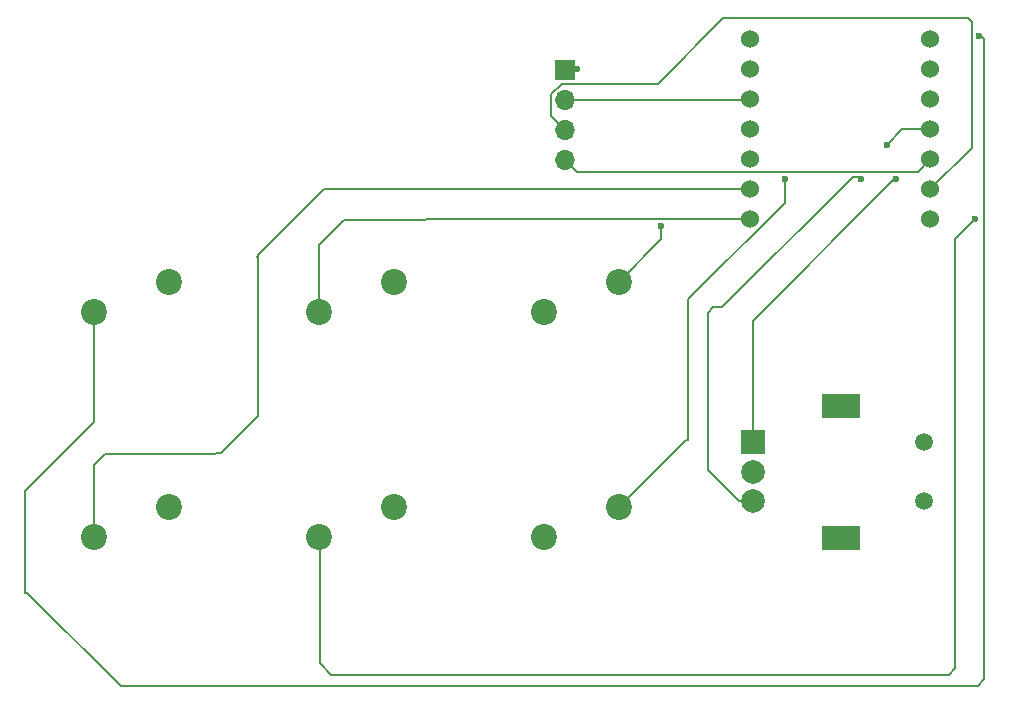
<source format=gbr>
%TF.GenerationSoftware,KiCad,Pcbnew,9.0.7*%
%TF.CreationDate,2026-01-16T03:08:10+02:00*%
%TF.ProjectId,HackPad,4861636b-5061-4642-9e6b-696361645f70,rev?*%
%TF.SameCoordinates,Original*%
%TF.FileFunction,Copper,L1,Top*%
%TF.FilePolarity,Positive*%
%FSLAX46Y46*%
G04 Gerber Fmt 4.6, Leading zero omitted, Abs format (unit mm)*
G04 Created by KiCad (PCBNEW 9.0.7) date 2026-01-16 03:08:10*
%MOMM*%
%LPD*%
G01*
G04 APERTURE LIST*
%TA.AperFunction,ComponentPad*%
%ADD10R,1.700000X1.700000*%
%TD*%
%TA.AperFunction,ComponentPad*%
%ADD11O,1.700000X1.700000*%
%TD*%
%TA.AperFunction,ComponentPad*%
%ADD12C,2.200000*%
%TD*%
%TA.AperFunction,ComponentPad*%
%ADD13C,1.500000*%
%TD*%
%TA.AperFunction,ComponentPad*%
%ADD14R,2.000000X2.000000*%
%TD*%
%TA.AperFunction,ComponentPad*%
%ADD15C,2.000000*%
%TD*%
%TA.AperFunction,ComponentPad*%
%ADD16R,3.200000X2.000000*%
%TD*%
%TA.AperFunction,ComponentPad*%
%ADD17C,1.524000*%
%TD*%
%TA.AperFunction,ViaPad*%
%ADD18C,0.600000*%
%TD*%
%TA.AperFunction,Conductor*%
%ADD19C,0.200000*%
%TD*%
G04 APERTURE END LIST*
D10*
%TO.P,OLED1,1,GND*%
%TO.N,GND*%
X78530000Y-82110000D03*
D11*
%TO.P,OLED1,2,VCC*%
%TO.N,/3V3*%
X78530000Y-84650000D03*
%TO.P,OLED1,3,SCL*%
%TO.N,Net-(OLED1-SCL)*%
X78530000Y-87190000D03*
%TO.P,OLED1,4,SDA*%
%TO.N,Net-(OLED1-SDA)*%
X78530000Y-89730000D03*
%TD*%
D12*
%TO.P,SW4,2,2*%
%TO.N,Net-(U1-GPIO27{slash}ADC1{slash}A1)*%
X57670000Y-121630000D03*
%TO.P,SW4,1,1*%
%TO.N,GND*%
X64020000Y-119090000D03*
%TD*%
%TO.P,SW3,1,1*%
%TO.N,GND*%
X64020000Y-100040000D03*
%TO.P,SW3,2,2*%
%TO.N,Net-(U1-GPIO1{slash}RX)*%
X57670000Y-102580000D03*
%TD*%
%TO.P,SW2,1,1*%
%TO.N,GND*%
X44970000Y-119090000D03*
%TO.P,SW2,2,2*%
%TO.N,Net-(U1-GPIO2{slash}SCK)*%
X38620000Y-121630000D03*
%TD*%
%TO.P,SW1,1,1*%
%TO.N,GND*%
X44970000Y-100040000D03*
%TO.P,SW1,2,2*%
%TO.N,Net-(U1-GPIO26{slash}ADC0{slash}A0)*%
X38620000Y-102580000D03*
%TD*%
%TO.P,SW6,1,1*%
%TO.N,Net-(U1-GPIO4{slash}MISO)*%
X83070000Y-119090000D03*
%TO.P,SW6,2,2*%
%TO.N,GND*%
X76720000Y-121630000D03*
%TD*%
%TO.P,SW5,1,1*%
%TO.N,Net-(U1-GPIO3{slash}MOSI)*%
X83070000Y-100040000D03*
%TO.P,SW5,2,2*%
%TO.N,GND*%
X76720000Y-102580000D03*
%TD*%
D13*
%TO.P,SW7,*%
%TO.N,*%
X108935000Y-113625000D03*
X108935000Y-118625000D03*
D14*
%TO.P,SW7,A,A*%
%TO.N,Net-(U1-GPIO28{slash}ADC2{slash}A2)*%
X94435000Y-113625000D03*
D15*
%TO.P,SW7,B,B*%
%TO.N,Net-(U1-GPIO29{slash}ADC3{slash}A3)*%
X94435000Y-118625000D03*
%TO.P,SW7,C,C*%
%TO.N,GND*%
X94435000Y-116125000D03*
D16*
%TO.P,SW7,MP*%
%TO.N,N/C*%
X101935000Y-110525000D03*
X101935000Y-121725000D03*
%TD*%
D17*
%TO.P,U1,1,GPIO26/ADC0/A0*%
%TO.N,Net-(U1-GPIO26{slash}ADC0{slash}A0)*%
X109450000Y-79518500D03*
%TO.P,U1,2,GPIO27/ADC1/A1*%
%TO.N,Net-(U1-GPIO27{slash}ADC1{slash}A1)*%
X109450000Y-82058500D03*
%TO.P,U1,3,GPIO28/ADC2/A2*%
%TO.N,Net-(U1-GPIO28{slash}ADC2{slash}A2)*%
X109450000Y-84598500D03*
%TO.P,U1,4,GPIO29/ADC3/A3*%
%TO.N,Net-(U1-GPIO29{slash}ADC3{slash}A3)*%
X109450000Y-87138500D03*
%TO.P,U1,5,GPIO6/SDA*%
%TO.N,Net-(OLED1-SDA)*%
X109450000Y-89678500D03*
%TO.P,U1,6,GPIO7/SCL*%
%TO.N,Net-(OLED1-SCL)*%
X109450000Y-92218500D03*
%TO.P,U1,7,GPIO0/TX*%
%TO.N,unconnected-(U1-GPIO0{slash}TX-Pad7)_1*%
X109450000Y-94758500D03*
%TO.P,U1,8,GPIO1/RX*%
%TO.N,Net-(U1-GPIO1{slash}RX)*%
X94210000Y-94758500D03*
%TO.P,U1,9,GPIO2/SCK*%
%TO.N,Net-(U1-GPIO2{slash}SCK)*%
X94210000Y-92218500D03*
%TO.P,U1,10,GPIO4/MISO*%
%TO.N,Net-(U1-GPIO4{slash}MISO)*%
X94210000Y-89678500D03*
%TO.P,U1,11,GPIO3/MOSI*%
%TO.N,Net-(U1-GPIO3{slash}MOSI)*%
X94210000Y-87138500D03*
%TO.P,U1,12,3V3*%
%TO.N,/3V3*%
X94210000Y-84598500D03*
%TO.P,U1,13,GND*%
%TO.N,GND*%
X94210000Y-82058500D03*
%TO.P,U1,14,VBUS*%
%TO.N,+5V*%
X94210000Y-79518500D03*
%TD*%
D18*
%TO.N,Net-(U1-GPIO27{slash}ADC1{slash}A1)*%
X113260000Y-94710000D03*
%TO.N,Net-(U1-GPIO4{slash}MISO)*%
X97130000Y-91341500D03*
%TO.N,Net-(U1-GPIO3{slash}MOSI)*%
X86670000Y-95358500D03*
%TO.N,Net-(U1-GPIO26{slash}ADC0{slash}A0)*%
X113580000Y-79210000D03*
%TO.N,Net-(U1-GPIO28{slash}ADC2{slash}A2)*%
X106540000Y-91341500D03*
%TO.N,Net-(U1-GPIO29{slash}ADC3{slash}A3)*%
X105760000Y-88480000D03*
X103570000Y-91341500D03*
%TO.N,GND*%
X79578271Y-82049755D03*
%TD*%
D19*
%TO.N,Net-(U1-GPIO26{slash}ADC0{slash}A0)*%
X33010000Y-126370000D02*
X40910000Y-134270000D01*
X32830000Y-126370000D02*
X33010000Y-126370000D01*
%TO.N,Net-(OLED1-SCL)*%
X91930000Y-77710000D02*
X112620000Y-77710000D01*
X112980000Y-78070000D02*
X112980000Y-88688500D01*
X86379000Y-83261000D02*
X91930000Y-77710000D01*
X112620000Y-77710000D02*
X112980000Y-78070000D01*
X78291240Y-83261000D02*
X86379000Y-83261000D01*
X77379000Y-84173240D02*
X78291240Y-83261000D01*
X77379000Y-86039000D02*
X77379000Y-84173240D01*
X78530000Y-87190000D02*
X77379000Y-86039000D01*
X112980000Y-88688500D02*
X109450000Y-92218500D01*
%TO.N,Net-(U1-GPIO29{slash}ADC3{slash}A3)*%
X93280000Y-118625000D02*
X94435000Y-118625000D01*
X103610000Y-91142500D02*
X102907500Y-91142500D01*
X102907500Y-91142500D02*
X91840000Y-102210000D01*
X91100000Y-102210000D02*
X90630000Y-102680000D01*
X103610000Y-91301500D02*
X103610000Y-91142500D01*
X91840000Y-102210000D02*
X91100000Y-102210000D01*
X103570000Y-91341500D02*
X103610000Y-91301500D01*
X90630000Y-102680000D02*
X90630000Y-115975000D01*
X90630000Y-115975000D02*
X93280000Y-118625000D01*
%TO.N,Net-(U1-GPIO2{slash}SCK)*%
X52580000Y-111370000D02*
X52580000Y-97750000D01*
X49410000Y-114540000D02*
X52580000Y-111370000D01*
X48980000Y-114540000D02*
X49410000Y-114540000D01*
X48910000Y-114610000D02*
X48980000Y-114540000D01*
X39600000Y-114610000D02*
X48910000Y-114610000D01*
X38620000Y-115590000D02*
X39600000Y-114610000D01*
X38620000Y-121630000D02*
X38620000Y-115590000D01*
X52415000Y-97915000D02*
X52580000Y-97750000D01*
%TO.N,Net-(U1-GPIO26{slash}ADC0{slash}A0)*%
X32830000Y-117720000D02*
X32830000Y-126370000D01*
X38620000Y-102580000D02*
X38620000Y-111930000D01*
X38620000Y-111930000D02*
X32830000Y-117720000D01*
%TO.N,Net-(U1-GPIO27{slash}ADC1{slash}A1)*%
X113260000Y-94710000D02*
X113280000Y-94730000D01*
X111510000Y-96460000D02*
X113260000Y-94710000D01*
X111510000Y-104870000D02*
X111510000Y-96460000D01*
X111580000Y-104940000D02*
X111510000Y-104870000D01*
X58750000Y-133320000D02*
X111020000Y-133320000D01*
X111020000Y-133320000D02*
X111580000Y-132760000D01*
X57770000Y-132340000D02*
X58750000Y-133320000D01*
X111580000Y-132760000D02*
X111580000Y-104940000D01*
X57770000Y-121730000D02*
X57770000Y-132340000D01*
X57670000Y-121630000D02*
X57770000Y-121730000D01*
%TO.N,Net-(U1-GPIO4{slash}MISO)*%
X97130000Y-91142500D02*
X97130000Y-91341500D01*
X88760000Y-113400000D02*
X88950000Y-113400000D01*
X88950000Y-113400000D02*
X88950000Y-101521810D01*
X88950000Y-101521810D02*
X97130000Y-93341810D01*
X97130000Y-93341810D02*
X97130000Y-91142500D01*
X83070000Y-119090000D02*
X88760000Y-113400000D01*
%TO.N,Net-(U1-GPIO3{slash}MOSI)*%
X86670000Y-95420000D02*
X86670000Y-95358500D01*
X86670000Y-96440000D02*
X86670000Y-95420000D01*
X83070000Y-100040000D02*
X86670000Y-96440000D01*
%TO.N,Net-(U1-GPIO1{slash}RX)*%
X66741500Y-94758500D02*
X94210000Y-94758500D01*
X66720000Y-94780000D02*
X66741500Y-94758500D01*
X59780000Y-94780000D02*
X66720000Y-94780000D01*
X57670000Y-96890000D02*
X59780000Y-94780000D01*
X57670000Y-102580000D02*
X57670000Y-96890000D01*
%TO.N,Net-(U1-GPIO26{slash}ADC0{slash}A0)*%
X113750000Y-79210000D02*
X113580000Y-79210000D01*
X114030000Y-133710000D02*
X114030000Y-79490000D01*
X113470000Y-134270000D02*
X114030000Y-133710000D01*
X40910000Y-134270000D02*
X113470000Y-134270000D01*
X114030000Y-79490000D02*
X113750000Y-79210000D01*
%TO.N,Net-(U1-GPIO2{slash}SCK)*%
X58111500Y-92218500D02*
X94210000Y-92218500D01*
X52580000Y-97750000D02*
X58111500Y-92218500D01*
%TO.N,Net-(U1-GPIO28{slash}ADC2{slash}A2)*%
X106418500Y-91341500D02*
X106540000Y-91341500D01*
X94435000Y-103325000D02*
X105880000Y-91880000D01*
X105880000Y-91880000D02*
X106418500Y-91341500D01*
X94435000Y-113625000D02*
X94435000Y-103325000D01*
%TO.N,Net-(U1-GPIO29{slash}ADC3{slash}A3)*%
X107101500Y-87138500D02*
X109450000Y-87138500D01*
X105760000Y-88480000D02*
X107101500Y-87138500D01*
%TO.N,GND*%
X79538026Y-82090000D02*
X79578271Y-82049755D01*
X78540000Y-82090000D02*
X79538026Y-82090000D01*
X78540000Y-82100000D02*
X78540000Y-82090000D01*
X78530000Y-82110000D02*
X78540000Y-82100000D01*
%TO.N,Net-(OLED1-SDA)*%
X108387000Y-90741500D02*
X109450000Y-89678500D01*
X78530000Y-89730000D02*
X79541500Y-90741500D01*
X79541500Y-90741500D02*
X108387000Y-90741500D01*
%TO.N,/3V3*%
X94158500Y-84650000D02*
X94210000Y-84598500D01*
X78530000Y-84650000D02*
X94158500Y-84650000D01*
%TD*%
M02*

</source>
